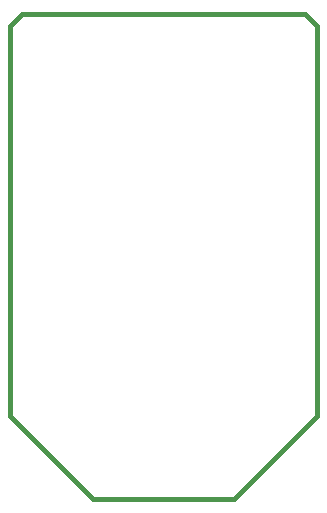
<source format=gko>
G04 (created by PCBNEW-RS274X (2011-05-25)-stable) date Sat 12 Oct 2013 14:49:29 BST*
G01*
G70*
G90*
%MOIN*%
G04 Gerber Fmt 3.4, Leading zero omitted, Abs format*
%FSLAX34Y34*%
G04 APERTURE LIST*
%ADD10C,0.006000*%
%ADD11C,0.015000*%
G04 APERTURE END LIST*
G54D10*
G54D11*
X51181Y-31417D02*
X51575Y-31023D01*
X51181Y-44409D02*
X51181Y-31417D01*
X53937Y-47165D02*
X51181Y-44409D01*
X58662Y-47165D02*
X53937Y-47165D01*
X61418Y-44409D02*
X58662Y-47165D01*
X61418Y-31417D02*
X61418Y-44409D01*
X61024Y-31023D02*
X61418Y-31417D01*
X51575Y-31023D02*
X61024Y-31023D01*
M02*

</source>
